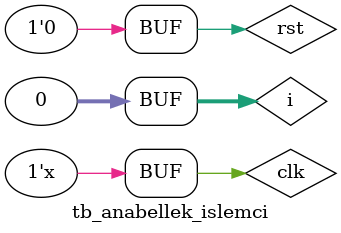
<source format=v>
`timescale 1ns / 1ps
`define BELLEK_ADRES    32'h8000_0000
`define VERI_BIT        32
`define ADRES_BIT       32
`define YAZMAC_SAYISI   32

module tb_anabellek_islemci(

    );
    
reg clk;   // input for iþlemci and memory
reg rst;
wire [`ADRES_BIT-1:0] bellek_adres;  // output for iþlemci input for memory
reg [`VERI_BIT-1:0] bellek_oku_veri;  // input for iþlemci output for memory
wire  [`VERI_BIT-1:0] oku_veri;
wire [`VERI_BIT-1:0] bellek_yaz_veri; // output fot iþlemci input for memory
wire bellek_yaz;
   
   
islemci processor (
    .clk(clk),
    .rst(rst),
    .bellek_adres(bellek_adres),
    .bellek_oku_veri(oku_veri),
    .bellek_yaz_veri(bellek_yaz_veri),
    .bellek_yaz(bellek_yaz)
);


anabellek memory(
    .clk(clk),
    .adres(bellek_adres),
    .oku_veri(oku_veri),
    .yaz_veri(bellek_yaz_veri),
    .yaz_gecerli(bellek_yaz)

);
  
always begin
    clk=~clk;
    #5;
end

integer i=0;
initial begin
   
    clk = 0;
    
    rst=1;
    #30;
    rst=0;    
    
    
    
    
    
    
    
        
end
    
    
endmodule

</source>
